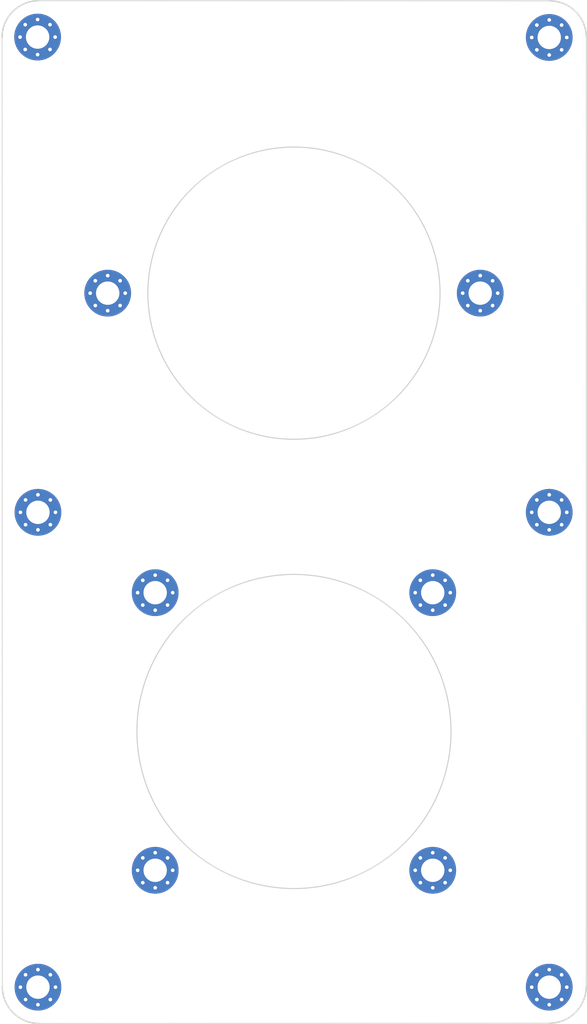
<source format=kicad_pcb>
(kicad_pcb (version 20221018) (generator pcbnew)
  (layers (0 "F.Cu" signal) (1 "In1.Cu" power) (2 "In2.Cu" power) (31 "B.Cu" signal) (34 "B.Paste" user) (35 "F.Paste" user) (36 "B.SilkS" user "B.Silkscreen") (37 "F.SilkS" user "F.Silkscreen") (38 "B.Mask" user) (39 "F.Mask" user) (44 "Edge.Cuts" user))
  (property "num" "hola")
  (net 0 "")
  (footprint "MountingHole:MountingHole_3.2mm_M3_Pad_Via" (layer "F.Cu") (at 566.4 586.05)
    (fp_text reference "H108" hide)
    (fp_text value "MountingHole")
    (pad "1" thru_hole circle (at -2.4 0) (size 0.8 0.8) (drill 0.5) (layers "*.Cu" "*.Mask"))
    (pad "1" thru_hole circle (at -1.697056 -1.697056) (size 0.8 0.8) (drill 0.5) (layers "*.Cu" "*.Mask"))
    (pad "1" thru_hole circle (at -1.697056 1.697056) (size 0.8 0.8) (drill 0.5) (layers "*.Cu" "*.Mask"))
    (pad "1" thru_hole circle (at 0 -2.4) (size 0.8 0.8) (drill 0.5) (layers "*.Cu" "*.Mask"))
    (pad "1" thru_hole circle (at 0 0) (size 6.4 6.4) (drill 3.2) (layers "*.Cu" "*.Mask"))
    (pad "1" thru_hole circle (at 0 2.4) (size 0.8 0.8) (drill 0.5) (layers "*.Cu" "*.Mask"))
    (pad "1" thru_hole circle (at 1.697056 -1.697056) (size 0.8 0.8) (drill 0.5) (layers "*.Cu" "*.Mask"))
    (pad "1" thru_hole circle (at 1.697056 1.697056) (size 0.8 0.8) (drill 0.5) (layers "*.Cu" "*.Mask"))
    (pad "1" thru_hole circle (at 2.4 0) (size 0.8 0.8) (drill 0.5) (layers "*.Cu" "*.Mask"))
  )
  (footprint "MountingHole:MountingHole_3.2mm_M3_Pad_Via" (layer "F.Cu") (at 582.35 602.05)
    (fp_text reference "H108" hide)
    (fp_text value "MountingHole")
    (pad "1" thru_hole circle (at -2.4 0) (size 0.8 0.8) (drill 0.5) (layers "*.Cu" "*.Mask"))
    (pad "1" thru_hole circle (at -1.697056 -1.697056) (size 0.8 0.8) (drill 0.5) (layers "*.Cu" "*.Mask"))
    (pad "1" thru_hole circle (at -1.697056 1.697056) (size 0.8 0.8) (drill 0.5) (layers "*.Cu" "*.Mask"))
    (pad "1" thru_hole circle (at 0 -2.4) (size 0.8 0.8) (drill 0.5) (layers "*.Cu" "*.Mask"))
    (pad "1" thru_hole circle (at 0 0) (size 6.4 6.4) (drill 3.2) (layers "*.Cu" "*.Mask"))
    (pad "1" thru_hole circle (at 0 2.4) (size 0.8 0.8) (drill 0.5) (layers "*.Cu" "*.Mask"))
    (pad "1" thru_hole circle (at 1.697056 -1.697056) (size 0.8 0.8) (drill 0.5) (layers "*.Cu" "*.Mask"))
    (pad "1" thru_hole circle (at 1.697056 1.697056) (size 0.8 0.8) (drill 0.5) (layers "*.Cu" "*.Mask"))
    (pad "1" thru_hole circle (at 2.4 0) (size 0.8 0.8) (drill 0.5) (layers "*.Cu" "*.Mask"))
  )
  (footprint "MountingHole:MountingHole_3.2mm_M3_Pad_Via" (layer "F.Cu") (at 528.4 548.05)
    (fp_text reference "H108" hide)
    (fp_text value "MountingHole")
    (pad "1" thru_hole circle (at -2.4 0) (size 0.8 0.8) (drill 0.5) (layers "*.Cu" "*.Mask"))
    (pad "1" thru_hole circle (at -1.697056 -1.697056) (size 0.8 0.8) (drill 0.5) (layers "*.Cu" "*.Mask"))
    (pad "1" thru_hole circle (at -1.697056 1.697056) (size 0.8 0.8) (drill 0.5) (layers "*.Cu" "*.Mask"))
    (pad "1" thru_hole circle (at 0 -2.4) (size 0.8 0.8) (drill 0.5) (layers "*.Cu" "*.Mask"))
    (pad "1" thru_hole circle (at 0 0) (size 6.4 6.4) (drill 3.2) (layers "*.Cu" "*.Mask"))
    (pad "1" thru_hole circle (at 0 2.4) (size 0.8 0.8) (drill 0.5) (layers "*.Cu" "*.Mask"))
    (pad "1" thru_hole circle (at 1.697056 -1.697056) (size 0.8 0.8) (drill 0.5) (layers "*.Cu" "*.Mask"))
    (pad "1" thru_hole circle (at 1.697056 1.697056) (size 0.8 0.8) (drill 0.5) (layers "*.Cu" "*.Mask"))
    (pad "1" thru_hole circle (at 2.4 0) (size 0.8 0.8) (drill 0.5) (layers "*.Cu" "*.Mask"))
  )
  (footprint "MountingHole:MountingHole_3.2mm_M3_Pad_Via" (layer "F.Cu") (at 566.4 548.05)
    (fp_text reference "H108" hide)
    (fp_text value "MountingHole")
    (pad "1" thru_hole circle (at -2.4 0) (size 0.8 0.8) (drill 0.5) (layers "*.Cu" "*.Mask"))
    (pad "1" thru_hole circle (at -1.697056 -1.697056) (size 0.8 0.8) (drill 0.5) (layers "*.Cu" "*.Mask"))
    (pad "1" thru_hole circle (at -1.697056 1.697056) (size 0.8 0.8) (drill 0.5) (layers "*.Cu" "*.Mask"))
    (pad "1" thru_hole circle (at 0 -2.4) (size 0.8 0.8) (drill 0.5) (layers "*.Cu" "*.Mask"))
    (pad "1" thru_hole circle (at 0 0) (size 6.4 6.4) (drill 3.2) (layers "*.Cu" "*.Mask"))
    (pad "1" thru_hole circle (at 0 2.4) (size 0.8 0.8) (drill 0.5) (layers "*.Cu" "*.Mask"))
    (pad "1" thru_hole circle (at 1.697056 -1.697056) (size 0.8 0.8) (drill 0.5) (layers "*.Cu" "*.Mask"))
    (pad "1" thru_hole circle (at 1.697056 1.697056) (size 0.8 0.8) (drill 0.5) (layers "*.Cu" "*.Mask"))
    (pad "1" thru_hole circle (at 2.4 0) (size 0.8 0.8) (drill 0.5) (layers "*.Cu" "*.Mask"))
  )
  (footprint "MountingHole:MountingHole_3.2mm_M3_Pad_Via" (layer "F.Cu") (at 528.4 586.05)
    (fp_text reference "H108" hide)
    (fp_text value "MountingHole")
    (pad "1" thru_hole circle (at -2.4 0) (size 0.8 0.8) (drill 0.5) (layers "*.Cu" "*.Mask"))
    (pad "1" thru_hole circle (at -1.697056 -1.697056) (size 0.8 0.8) (drill 0.5) (layers "*.Cu" "*.Mask"))
    (pad "1" thru_hole circle (at -1.697056 1.697056) (size 0.8 0.8) (drill 0.5) (layers "*.Cu" "*.Mask"))
    (pad "1" thru_hole circle (at 0 -2.4) (size 0.8 0.8) (drill 0.5) (layers "*.Cu" "*.Mask"))
    (pad "1" thru_hole circle (at 0 0) (size 6.4 6.4) (drill 3.2) (layers "*.Cu" "*.Mask"))
    (pad "1" thru_hole circle (at 0 2.4) (size 0.8 0.8) (drill 0.5) (layers "*.Cu" "*.Mask"))
    (pad "1" thru_hole circle (at 1.697056 -1.697056) (size 0.8 0.8) (drill 0.5) (layers "*.Cu" "*.Mask"))
    (pad "1" thru_hole circle (at 1.697056 1.697056) (size 0.8 0.8) (drill 0.5) (layers "*.Cu" "*.Mask"))
    (pad "1" thru_hole circle (at 2.4 0) (size 0.8 0.8) (drill 0.5) (layers "*.Cu" "*.Mask"))
  )
  (footprint "MountingHole:MountingHole_3.2mm_M3_Pad_Via" (layer "F.Cu") (at 512.35 602.05)
    (fp_text reference "H108" hide)
    (fp_text value "MountingHole")
    (pad "1" thru_hole circle (at -2.4 0) (size 0.8 0.8) (drill 0.5) (layers "*.Cu" "*.Mask"))
    (pad "1" thru_hole circle (at -1.697056 -1.697056) (size 0.8 0.8) (drill 0.5) (layers "*.Cu" "*.Mask"))
    (pad "1" thru_hole circle (at -1.697056 1.697056) (size 0.8 0.8) (drill 0.5) (layers "*.Cu" "*.Mask"))
    (pad "1" thru_hole circle (at 0 -2.4) (size 0.8 0.8) (drill 0.5) (layers "*.Cu" "*.Mask"))
    (pad "1" thru_hole circle (at 0 0) (size 6.4 6.4) (drill 3.2) (layers "*.Cu" "*.Mask"))
    (pad "1" thru_hole circle (at 0 2.4) (size 0.8 0.8) (drill 0.5) (layers "*.Cu" "*.Mask"))
    (pad "1" thru_hole circle (at 1.697056 -1.697056) (size 0.8 0.8) (drill 0.5) (layers "*.Cu" "*.Mask"))
    (pad "1" thru_hole circle (at 1.697056 1.697056) (size 0.8 0.8) (drill 0.5) (layers "*.Cu" "*.Mask"))
    (pad "1" thru_hole circle (at 2.4 0) (size 0.8 0.8) (drill 0.5) (layers "*.Cu" "*.Mask"))
  )
  (footprint "MountingHole:MountingHole_3.2mm_M3_Pad_Via" (layer "F.Cu") (at 582.35 472.05)
    (fp_text reference "H108" hide)
    (fp_text value "MountingHole")
    (pad "1" thru_hole circle (at -2.4 0) (size 0.8 0.8) (drill 0.5) (layers "*.Cu" "*.Mask"))
    (pad "1" thru_hole circle (at -1.697056 -1.697056) (size 0.8 0.8) (drill 0.5) (layers "*.Cu" "*.Mask"))
    (pad "1" thru_hole circle (at -1.697056 1.697056) (size 0.8 0.8) (drill 0.5) (layers "*.Cu" "*.Mask"))
    (pad "1" thru_hole circle (at 0 -2.4) (size 0.8 0.8) (drill 0.5) (layers "*.Cu" "*.Mask"))
    (pad "1" thru_hole circle (at 0 0) (size 6.4 6.4) (drill 3.2) (layers "*.Cu" "*.Mask"))
    (pad "1" thru_hole circle (at 0 2.4) (size 0.8 0.8) (drill 0.5) (layers "*.Cu" "*.Mask"))
    (pad "1" thru_hole circle (at 1.697056 -1.697056) (size 0.8 0.8) (drill 0.5) (layers "*.Cu" "*.Mask"))
    (pad "1" thru_hole circle (at 1.697056 1.697056) (size 0.8 0.8) (drill 0.5) (layers "*.Cu" "*.Mask"))
    (pad "1" thru_hole circle (at 2.4 0) (size 0.8 0.8) (drill 0.5) (layers "*.Cu" "*.Mask"))
  )
  (footprint "MountingHole:MountingHole_3.2mm_M3_Pad_Via" (layer "F.Cu") (at 512.302944 471.997056)
    (fp_text reference "H108" hide)
    (fp_text value "MountingHole")
    (pad "1" thru_hole circle (at -2.4 0) (size 0.8 0.8) (drill 0.5) (layers "*.Cu" "*.Mask"))
    (pad "1" thru_hole circle (at -1.697056 -1.697056) (size 0.8 0.8) (drill 0.5) (layers "*.Cu" "*.Mask"))
    (pad "1" thru_hole circle (at -1.697056 1.697056) (size 0.8 0.8) (drill 0.5) (layers "*.Cu" "*.Mask"))
    (pad "1" thru_hole circle (at 0 -2.4) (size 0.8 0.8) (drill 0.5) (layers "*.Cu" "*.Mask"))
    (pad "1" thru_hole circle (at 0 0) (size 6.4 6.4) (drill 3.2) (layers "*.Cu" "*.Mask"))
    (pad "1" thru_hole circle (at 0 2.4) (size 0.8 0.8) (drill 0.5) (layers "*.Cu" "*.Mask"))
    (pad "1" thru_hole circle (at 1.697056 -1.697056) (size 0.8 0.8) (drill 0.5) (layers "*.Cu" "*.Mask"))
    (pad "1" thru_hole circle (at 1.697056 1.697056) (size 0.8 0.8) (drill 0.5) (layers "*.Cu" "*.Mask"))
    (pad "1" thru_hole circle (at 2.4 0) (size 0.8 0.8) (drill 0.5) (layers "*.Cu" "*.Mask"))
  )
  (footprint "MountingHole:MountingHole_3.2mm_M3_Pad_Via" (layer "F.Cu") (at 582.35 537.05)
    (fp_text reference "H108" hide)
    (fp_text value "MountingHole")
    (pad "1" thru_hole circle (at -2.4 0) (size 0.8 0.8) (drill 0.5) (layers "*.Cu" "*.Mask"))
    (pad "1" thru_hole circle (at -1.697056 -1.697056) (size 0.8 0.8) (drill 0.5) (layers "*.Cu" "*.Mask"))
    (pad "1" thru_hole circle (at -1.697056 1.697056) (size 0.8 0.8) (drill 0.5) (layers "*.Cu" "*.Mask"))
    (pad "1" thru_hole circle (at 0 -2.4) (size 0.8 0.8) (drill 0.5) (layers "*.Cu" "*.Mask"))
    (pad "1" thru_hole circle (at 0 0) (size 6.4 6.4) (drill 3.2) (layers "*.Cu" "*.Mask"))
    (pad "1" thru_hole circle (at 0 2.4) (size 0.8 0.8) (drill 0.5) (layers "*.Cu" "*.Mask"))
    (pad "1" thru_hole circle (at 1.697056 -1.697056) (size 0.8 0.8) (drill 0.5) (layers "*.Cu" "*.Mask"))
    (pad "1" thru_hole circle (at 1.697056 1.697056) (size 0.8 0.8) (drill 0.5) (layers "*.Cu" "*.Mask"))
    (pad "1" thru_hole circle (at 2.4 0) (size 0.8 0.8) (drill 0.5) (layers "*.Cu" "*.Mask"))
  )
  (footprint "MountingHole:MountingHole_3.2mm_M3_Pad_Via" (layer "F.Cu") (at 572.9 507.05)
    (fp_text reference "H108" hide)
    (fp_text value "MountingHole")
    (pad "1" thru_hole circle (at -2.4 0) (size 0.8 0.8) (drill 0.5) (layers "*.Cu" "*.Mask"))
    (pad "1" thru_hole circle (at -1.697056 -1.697056) (size 0.8 0.8) (drill 0.5) (layers "*.Cu" "*.Mask"))
    (pad "1" thru_hole circle (at -1.697056 1.697056) (size 0.8 0.8) (drill 0.5) (layers "*.Cu" "*.Mask"))
    (pad "1" thru_hole circle (at 0 -2.4) (size 0.8 0.8) (drill 0.5) (layers "*.Cu" "*.Mask"))
    (pad "1" thru_hole circle (at 0 0) (size 6.4 6.4) (drill 3.2) (layers "*.Cu" "*.Mask"))
    (pad "1" thru_hole circle (at 0 2.4) (size 0.8 0.8) (drill 0.5) (layers "*.Cu" "*.Mask"))
    (pad "1" thru_hole circle (at 1.697056 -1.697056) (size 0.8 0.8) (drill 0.5) (layers "*.Cu" "*.Mask"))
    (pad "1" thru_hole circle (at 1.697056 1.697056) (size 0.8 0.8) (drill 0.5) (layers "*.Cu" "*.Mask"))
    (pad "1" thru_hole circle (at 2.4 0) (size 0.8 0.8) (drill 0.5) (layers "*.Cu" "*.Mask"))
  )
  (footprint "MountingHole:MountingHole_3.2mm_M3_Pad_Via" (layer "F.Cu") (at 512.35 537.05)
    (fp_text reference "H108" hide)
    (fp_text value "MountingHole")
    (pad "1" thru_hole circle (at -2.4 0) (size 0.8 0.8) (drill 0.5) (layers "*.Cu" "*.Mask"))
    (pad "1" thru_hole circle (at -1.697056 -1.697056) (size 0.8 0.8) (drill 0.5) (layers "*.Cu" "*.Mask"))
    (pad "1" thru_hole circle (at -1.697056 1.697056) (size 0.8 0.8) (drill 0.5) (layers "*.Cu" "*.Mask"))
    (pad "1" thru_hole circle (at 0 -2.4) (size 0.8 0.8) (drill 0.5) (layers "*.Cu" "*.Mask"))
    (pad "1" thru_hole circle (at 0 0) (size 6.4 6.4) (drill 3.2) (layers "*.Cu" "*.Mask"))
    (pad "1" thru_hole circle (at 0 2.4) (size 0.8 0.8) (drill 0.5) (layers "*.Cu" "*.Mask"))
    (pad "1" thru_hole circle (at 1.697056 -1.697056) (size 0.8 0.8) (drill 0.5) (layers "*.Cu" "*.Mask"))
    (pad "1" thru_hole circle (at 1.697056 1.697056) (size 0.8 0.8) (drill 0.5) (layers "*.Cu" "*.Mask"))
    (pad "1" thru_hole circle (at 2.4 0) (size 0.8 0.8) (drill 0.5) (layers "*.Cu" "*.Mask"))
  )
  (footprint "MountingHole:MountingHole_3.2mm_M3_Pad_Via" (layer "F.Cu") (at 521.9 507.05)
    (fp_text reference "H108" hide)
    (fp_text value "MountingHole")
    (pad "1" thru_hole circle (at -2.4 0) (size 0.8 0.8) (drill 0.5) (layers "*.Cu" "*.Mask"))
    (pad "1" thru_hole circle (at -1.697056 -1.697056) (size 0.8 0.8) (drill 0.5) (layers "*.Cu" "*.Mask"))
    (pad "1" thru_hole circle (at -1.697056 1.697056) (size 0.8 0.8) (drill 0.5) (layers "*.Cu" "*.Mask"))
    (pad "1" thru_hole circle (at 0 -2.4) (size 0.8 0.8) (drill 0.5) (layers "*.Cu" "*.Mask"))
    (pad "1" thru_hole circle (at 0 0) (size 6.4 6.4) (drill 3.2) (layers "*.Cu" "*.Mask"))
    (pad "1" thru_hole circle (at 0 2.4) (size 0.8 0.8) (drill 0.5) (layers "*.Cu" "*.Mask"))
    (pad "1" thru_hole circle (at 1.697056 -1.697056) (size 0.8 0.8) (drill 0.5) (layers "*.Cu" "*.Mask"))
    (pad "1" thru_hole circle (at 1.697056 1.697056) (size 0.8 0.8) (drill 0.5) (layers "*.Cu" "*.Mask"))
    (pad "1" thru_hole circle (at 2.4 0) (size 0.8 0.8) (drill 0.5) (layers "*.Cu" "*.Mask"))
  )
  (gr_arc (start 507.437222 472.043785) (mid 508.899999 468.499995) (end 512.437529 467.022158) (stroke (width 0.2)) (layer "Edge.Cuts"))
  (gr_circle (center 547.4 507.05) (end 567.4 507.05) (stroke (width 0.15)) (fill none) (layer "Edge.Cuts"))
  (gr_line (start 587.412778 601.956215) (end 587.427842 472.037529) (stroke (width 0.1)) (layer "Edge.Cuts"))
  (gr_arc (start 587.412778 601.956215) (mid 585.950005 605.499999) (end 582.412471 606.977842) (stroke (width 0.2)) (layer "Edge.Cuts"))
  (gr_line (start 512.493784 607.012778) (end 582.412471 606.977842) (stroke (width 0.1)) (layer "Edge.Cuts"))
  (gr_line (start 507.437222 472.043785) (end 507.472157 602.012471) (stroke (width 0.1)) (layer "Edge.Cuts"))
  (gr_line (start 582.406215 467.037222) (end 512.437529 467.022158) (stroke (width 0.1)) (layer "Edge.Cuts"))
  (gr_arc (start 512.493784 607.012778) (mid 508.950019 605.549992) (end 507.472157 602.012471) (stroke (width 0.2)) (layer "Edge.Cuts"))
  (gr_arc (start 582.406215 467.037222) (mid 585.950024 468.499986) (end 587.427842 472.037529) (stroke (width 0.2)) (layer "Edge.Cuts"))
  (gr_circle (center 547.4 567.05) (end 568.902093 567.05) (stroke (width 0.15)) (fill none) (layer "Edge.Cuts"))
)
</source>
